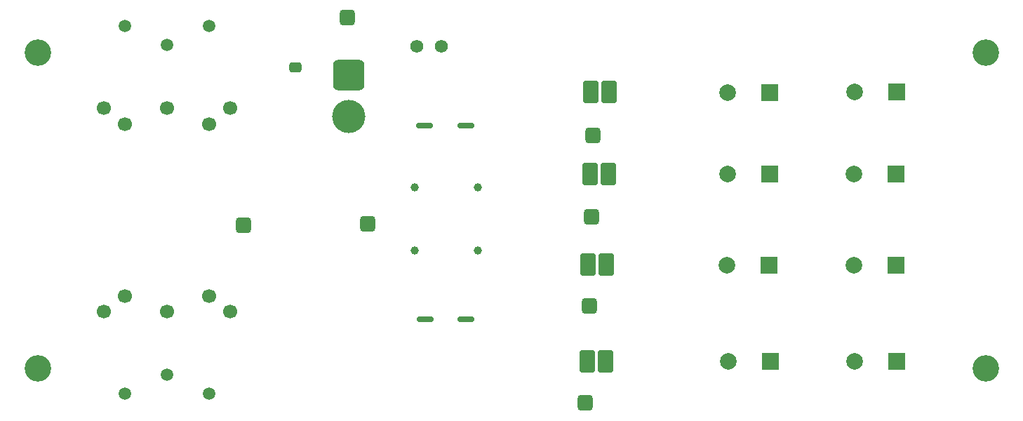
<source format=gbr>
%TF.GenerationSoftware,KiCad,Pcbnew,9.0.5*%
%TF.CreationDate,2025-11-19T13:21:17-07:00*%
%TF.ProjectId,Tx,54782e6b-6963-4616-945f-706362585858,rev?*%
%TF.SameCoordinates,Original*%
%TF.FileFunction,Soldermask,Bot*%
%TF.FilePolarity,Negative*%
%FSLAX46Y46*%
G04 Gerber Fmt 4.6, Leading zero omitted, Abs format (unit mm)*
G04 Created by KiCad (PCBNEW 9.0.5) date 2025-11-19 13:21:17*
%MOMM*%
%LPD*%
G01*
G04 APERTURE LIST*
G04 Aperture macros list*
%AMRoundRect*
0 Rectangle with rounded corners*
0 $1 Rounding radius*
0 $2 $3 $4 $5 $6 $7 $8 $9 X,Y pos of 4 corners*
0 Add a 4 corners polygon primitive as box body*
4,1,4,$2,$3,$4,$5,$6,$7,$8,$9,$2,$3,0*
0 Add four circle primitives for the rounded corners*
1,1,$1+$1,$2,$3*
1,1,$1+$1,$4,$5*
1,1,$1+$1,$6,$7*
1,1,$1+$1,$8,$9*
0 Add four rect primitives between the rounded corners*
20,1,$1+$1,$2,$3,$4,$5,0*
20,1,$1+$1,$4,$5,$6,$7,0*
20,1,$1+$1,$6,$7,$8,$9,0*
20,1,$1+$1,$8,$9,$2,$3,0*%
G04 Aperture macros list end*
%ADD10C,1.700000*%
%ADD11C,1.500000*%
%ADD12RoundRect,0.476250X-0.476250X-0.476250X0.476250X-0.476250X0.476250X0.476250X-0.476250X0.476250X0*%
%ADD13RoundRect,0.760000X-1.140000X1.140000X-1.140000X-1.140000X1.140000X-1.140000X1.140000X1.140000X0*%
%ADD14C,4.000000*%
%ADD15R,2.000000X2.000000*%
%ADD16C,2.000000*%
%ADD17RoundRect,0.250000X0.475000X-0.337500X0.475000X0.337500X-0.475000X0.337500X-0.475000X-0.337500X0*%
%ADD18C,3.200000*%
%ADD19RoundRect,0.150000X-0.825000X-0.150000X0.825000X-0.150000X0.825000X0.150000X-0.825000X0.150000X0*%
%ADD20C,1.000000*%
%ADD21C,1.574800*%
%ADD22RoundRect,0.285000X0.665000X1.064999X-0.665000X1.064999X-0.665000X-1.064999X0.665000X-1.064999X0*%
G04 APERTURE END LIST*
D10*
%TO.C,J3*%
X114040000Y-121594000D03*
X106420000Y-121594000D03*
X98800000Y-121594000D03*
X111500000Y-119689000D03*
X101340000Y-119689000D03*
D11*
X106420000Y-129214000D03*
X101340000Y-131500000D03*
X111500000Y-131500000D03*
%TD*%
D12*
%TO.C,TP6*%
X157400000Y-120900000D03*
%TD*%
D13*
%TO.C,J2*%
X128300000Y-93000000D03*
D14*
X128300000Y-98000000D03*
%TD*%
D12*
%TO.C,TP1*%
X128200000Y-86100000D03*
%TD*%
D15*
%TO.C,R7*%
X179040000Y-115950000D03*
D16*
X173960000Y-115950000D03*
%TD*%
D12*
%TO.C,TP3*%
X130600000Y-111000000D03*
%TD*%
D17*
%TO.C,R1*%
X121939974Y-92085026D03*
%TD*%
D18*
%TO.C,REF\u002A\u002A*%
X90800000Y-128400000D03*
%TD*%
D19*
%TO.C,U2*%
X137550000Y-122470000D03*
X142500000Y-122470000D03*
%TD*%
D12*
%TO.C,TP7*%
X156900000Y-132600000D03*
%TD*%
D20*
%TO.C,Y1*%
X136300000Y-106600000D03*
X143900000Y-106600000D03*
X143900000Y-114200000D03*
X136300000Y-114200000D03*
%TD*%
D18*
%TO.C,REF\u002A\u002A*%
X205200000Y-90300000D03*
%TD*%
D15*
%TO.C,R5*%
X179180000Y-105000000D03*
D16*
X174100000Y-105000000D03*
%TD*%
D12*
%TO.C,TP2*%
X115675091Y-111100000D03*
%TD*%
D15*
%TO.C,R2*%
X194440000Y-95050000D03*
D16*
X189360000Y-95050000D03*
%TD*%
D18*
%TO.C,REF\u002A\u002A*%
X205200000Y-128400000D03*
%TD*%
D12*
%TO.C,TP4*%
X157800000Y-100300000D03*
%TD*%
D15*
%TO.C,R8*%
X194421073Y-127532029D03*
D16*
X189341073Y-127532029D03*
%TD*%
D15*
%TO.C,R6*%
X194412518Y-115931394D03*
D16*
X189332518Y-115931394D03*
%TD*%
D19*
%TO.C,U1*%
X137525000Y-99135000D03*
X142475000Y-99135000D03*
%TD*%
D15*
%TO.C,R3*%
X179180000Y-95100000D03*
D16*
X174100000Y-95100000D03*
%TD*%
D12*
%TO.C,TP5*%
X157600000Y-110100000D03*
%TD*%
D15*
%TO.C,R9*%
X179184938Y-127583667D03*
D16*
X174104938Y-127583667D03*
%TD*%
D15*
%TO.C,R4*%
X194380000Y-105000000D03*
D16*
X189300000Y-105000000D03*
%TD*%
D21*
%TO.C,J1*%
X139535700Y-89560400D03*
X136535701Y-89560400D03*
%TD*%
D18*
%TO.C,REF\u002A\u002A*%
X90800000Y-90300000D03*
%TD*%
D22*
%TO.C,D3*%
X159700000Y-105000000D03*
X157500000Y-105000000D03*
%TD*%
%TO.C,D4*%
X159400000Y-115900000D03*
X157200000Y-115900000D03*
%TD*%
%TO.C,D5*%
X159300000Y-127600000D03*
X157100000Y-127600000D03*
%TD*%
%TO.C,D2*%
X159768605Y-95094182D03*
X157568605Y-95094182D03*
%TD*%
D10*
%TO.C,J4*%
X98780000Y-97020000D03*
X106400000Y-97020000D03*
X114020000Y-97020000D03*
X101320000Y-98925000D03*
X111480000Y-98925000D03*
D11*
X106400000Y-89400000D03*
X111480000Y-87114000D03*
X101320000Y-87114000D03*
%TD*%
M02*

</source>
